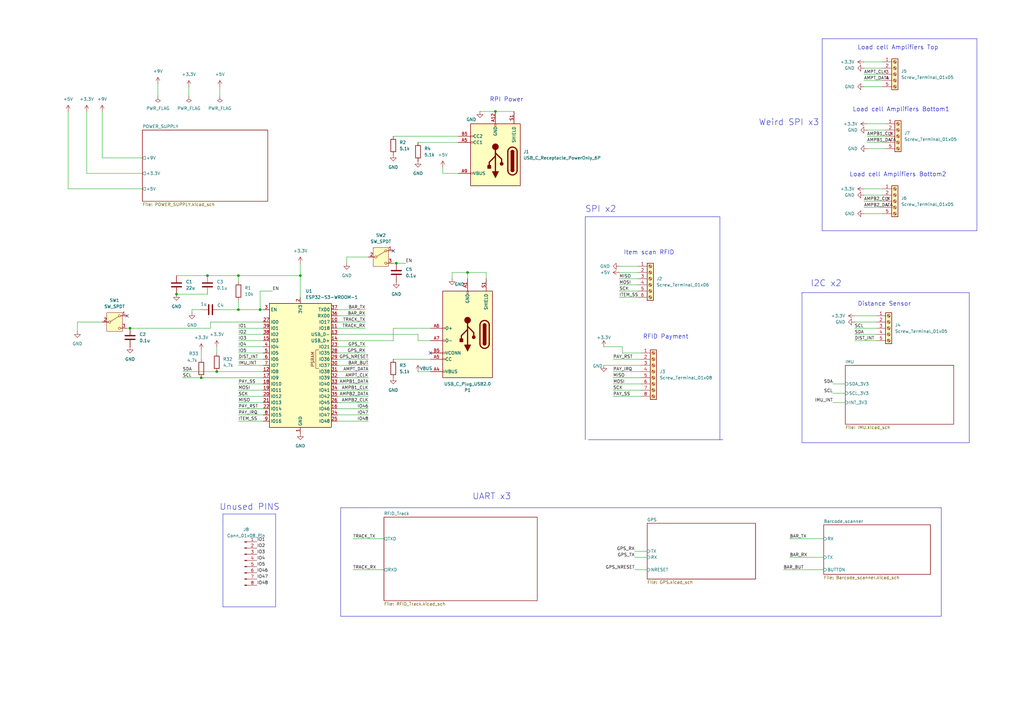
<source format=kicad_sch>
(kicad_sch (version 20250114) (generator "eeschema") (generator_version "9.0")
  (paper "A3")
  (lib_symbols
    (symbol "+3.3V_1" (power) (pin_numbers (hide yes)) (pin_names (offset 0) (hide yes))
      (property "Value" "+3.3V" (at 0 3.556 0))
      (symbol "+3.3V_1_1_1"
        (pin power_in line (at 0 0 90) (length 0) (name "~") (number "1"))
      )
    )
    (symbol "Connector:Conn_01x08_Pin" (pin_names (offset 1.016) (hide yes))
      (property "Reference" "J" (at 0 10.16 0))
      (property "Value" "Conn_01x08_Pin" (at 0 -12.7 0))
      (symbol "Conn_01x08_Pin_1_1"
        (pin passive line (at 5.08 7.62 180) (length 3.81) (name "Pin_1") (number "1"))
        (pin passive line (at 5.08 5.08 180) (length 3.81) (name "Pin_2") (number "2"))
        (pin passive line (at 5.08 2.54 180) (length 3.81) (name "Pin_3") (number "3"))
        (pin passive line (at 5.08 0 180) (length 3.81) (name "Pin_4") (number "4"))
        (pin passive line (at 5.08 -2.54 180) (length 3.81) (name "Pin_5") (number "5"))
        (pin passive line (at 5.08 -5.08 180) (length 3.81) (name "Pin_6") (number "6"))
        (pin passive line (at 5.08 -7.62 180) (length 3.81) (name "Pin_7") (number "7"))
        (pin passive line (at 5.08 -10.16 180) (length 3.81) (name "Pin_8") (number "8"))
      )
    )
    (symbol "Connector:Screw_Terminal_01x05" (pin_names (offset 1.016) (hide yes))
      (property "Reference" "J" (at 0 7.62 0))
      (property "Value" "Screw_Terminal_01x05" (at 0 -7.62 0))
      (symbol "Screw_Terminal_01x05_1_1"
        (pin passive line (at -5.08 5.08 0) (length 3.81) (name "Pin_1") (number "1"))
        (pin passive line (at -5.08 2.54 0) (length 3.81) (name "Pin_2") (number "2"))
        (pin passive line (at -5.08 0 0) (length 3.81) (name "Pin_3") (number "3"))
        (pin passive line (at -5.08 -2.54 0) (length 3.81) (name "Pin_4") (number "4"))
        (pin passive line (at -5.08 -5.08 0) (length 3.81) (name "Pin_5") (number "5"))
      )
    )
    (symbol "Connector:Screw_Terminal_01x06" (pin_names (offset 1.016) (hide yes))
      (property "Reference" "J" (at 0 7.62 0))
      (property "Value" "Screw_Terminal_01x06" (at 0 -10.16 0))
      (symbol "Screw_Terminal_01x06_1_1"
        (pin passive line (at -5.08 5.08 0) (length 3.81) (name "Pin_1") (number "1"))
        (pin passive line (at -5.08 2.54 0) (length 3.81) (name "Pin_2") (number "2"))
        (pin passive line (at -5.08 0 0) (length 3.81) (name "Pin_3") (number "3"))
        (pin passive line (at -5.08 -2.54 0) (length 3.81) (name "Pin_4") (number "4"))
        (pin passive line (at -5.08 -5.08 0) (length 3.81) (name "Pin_5") (number "5"))
        (pin passive line (at -5.08 -7.62 0) (length 3.81) (name "Pin_6") (number "6"))
      )
    )
    (symbol "Connector:Screw_Terminal_01x08" (pin_names (offset 1.016) (hide yes))
      (property "Reference" "J" (at 0 10.16 0))
      (property "Value" "Screw_Terminal_01x08" (at 0 -12.7 0))
      (symbol "Screw_Terminal_01x08_1_1"
        (pin passive line (at -5.08 7.62 0) (length 3.81) (name "Pin_1") (number "1"))
        (pin passive line (at -5.08 5.08 0) (length 3.81) (name "Pin_2") (number "2"))
        (pin passive line (at -5.08 2.54 0) (length 3.81) (name "Pin_3") (number "3"))
        (pin passive line (at -5.08 0 0) (length 3.81) (name "Pin_4") (number "4"))
        (pin passive line (at -5.08 -2.54 0) (length 3.81) (name "Pin_5") (number "5"))
        (pin passive line (at -5.08 -5.08 0) (length 3.81) (name "Pin_6") (number "6"))
        (pin passive line (at -5.08 -7.62 0) (length 3.81) (name "Pin_7") (number "7"))
        (pin passive line (at -5.08 -10.16 0) (length 3.81) (name "Pin_8") (number "8"))
      )
    )
    (symbol "Connector:USB_C_Plug_USB2.0" (pin_names (offset 1.016))
      (property "Reference" "P" (at -10.16 19.05 0))
      (property "Value" "USB_C_Plug_USB2.0" (at 12.7 19.05 0))
      (symbol "USB_C_Plug_USB2.0_1_1"
        (pin passive line (at -7.62 -22.86 90) (length 5.08) (name "SHIELD") (number "S1"))
        (pin passive line (at 0 -22.86 90) (length 5.08) (name "GND") (number "A1"))
        (pin passive line (at 0 -22.86 90) (length 5.08) (hide yes) (name "GND") (number "A12"))
        (pin passive line (at 0 -22.86 90) (length 5.08) (hide yes) (name "GND") (number "B1"))
        (pin passive line (at 0 -22.86 90) (length 5.08) (hide yes) (name "GND") (number "B12"))
        (pin passive line (at 15.24 15.24 180) (length 5.08) (name "VBUS") (number "A4"))
        (pin passive line (at 15.24 15.24 180) (length 5.08) (hide yes) (name "VBUS") (number "A9"))
        (pin passive line (at 15.24 15.24 180) (length 5.08) (hide yes) (name "VBUS") (number "B4"))
        (pin passive line (at 15.24 15.24 180) (length 5.08) (hide yes) (name "VBUS") (number "B9"))
        (pin bidirectional line (at 15.24 10.16 180) (length 5.08) (name "CC") (number "A5"))
        (pin bidirectional line (at 15.24 7.62 180) (length 5.08) (name "VCONN") (number "B5"))
        (pin bidirectional line (at 15.24 2.54 180) (length 5.08) (name "D-") (number "A7"))
        (pin bidirectional line (at 15.24 -2.54 180) (length 5.08) (name "D+") (number "A6"))
      )
    )
    (symbol "Connector:USB_C_Receptacle_PowerOnly_6P" (pin_names (offset 1.016))
      (property "Reference" "J" (at 0 16.51 0))
      (property "Value" "USB_C_Receptacle_PowerOnly_6P" (at 0 13.97 0))
      (symbol "USB_C_Receptacle_PowerOnly_6P_1_1"
        (pin passive line (at -7.62 -17.78 90) (length 5.08) (name "SHIELD") (number "S1"))
        (pin passive line (at 0 -17.78 90) (length 5.08) (name "GND") (number "A12"))
        (pin passive line (at 0 -17.78 90) (length 5.08) (hide yes) (name "GND") (number "B12"))
        (pin passive line (at 15.24 7.62 180) (length 5.08) (name "VBUS") (number "A9"))
        (pin passive line (at 15.24 7.62 180) (length 5.08) (hide yes) (name "VBUS") (number "B9"))
        (pin bidirectional line (at 15.24 -5.08 180) (length 5.08) (name "CC1") (number "A5"))
        (pin bidirectional line (at 15.24 -7.62 180) (length 5.08) (name "CC2") (number "B5"))
      )
    )
    (symbol "Device:C" (pin_numbers (hide yes)) (pin_names (offset 0.254))
      (property "Reference" "C" (at 0.635 2.54 0))
      (property "Value" "C" (at 0.635 -2.54 0))
      (symbol "C_1_1"
        (pin passive line (at 0 3.81 270) (length 2.794) (name "~") (number "1"))
        (pin passive line (at 0 -3.81 90) (length 2.794) (name "~") (number "2"))
      )
    )
    (symbol "Device:R" (pin_numbers (hide yes)) (pin_names (offset 0))
      (property "Reference" "R" (at 2.032 0 90))
      (property "Value" "R" (at 0 0 90))
      (symbol "R_1_1"
        (pin passive line (at 0 3.81 270) (length 1.27) (name "~") (number "1"))
        (pin passive line (at 0 -3.81 90) (length 1.27) (name "~") (number "2"))
      )
    )
    (symbol "GND_4" (power) (pin_numbers (hide yes)) (pin_names (offset 0) (hide yes))
      (property "Value" "GND" (at 0 -3.81 0))
      (symbol "GND_4_1_1"
        (pin power_in line (at 0 0 270) (length 0) (name "~") (number "1"))
      )
    )
    (symbol "RF_Module:ESP32-S3-WROOM-1"
      (property "Reference" "U" (at -12.7 26.67 0))
      (property "Value" "ESP32-S3-WROOM-1" (at 12.7 26.67 0))
      (symbol "ESP32-S3-WROOM-1_0_0"
        (text "PSRAM" (at 5.08 2.54 900) (effects (font (size 1.27 1.27))))
      )
      (symbol "ESP32-S3-WROOM-1_1_1"
        (pin input line (at -15.24 22.86 0) (length 2.54) (name "EN") (number "3"))
        (pin bidirectional line (at -15.24 17.78 0) (length 2.54) (name "IO0") (number "27"))
        (pin bidirectional line (at -15.24 15.24 0) (length 2.54) (name "IO1") (number "39"))
        (pin bidirectional line (at -15.24 12.7 0) (length 2.54) (name "IO2") (number "38"))
        (pin bidirectional line (at -15.24 10.16 0) (length 2.54) (name "IO3") (number "15"))
        (pin bidirectional line (at -15.24 7.62 0) (length 2.54) (name "IO4") (number "4"))
        (pin bidirectional line (at -15.24 5.08 0) (length 2.54) (name "IO5") (number "5"))
        (pin bidirectional line (at -15.24 2.54 0) (length 2.54) (name "IO6") (number "6"))
        (pin bidirectional line (at -15.24 0 0) (length 2.54) (name "IO7") (number "7"))
        (pin bidirectional line (at -15.24 -2.54 0) (length 2.54) (name "IO8") (number "12"))
        (pin bidirectional line (at -15.24 -5.08 0) (length 2.54) (name "IO9") (number "17"))
        (pin bidirectional line (at -15.24 -7.62 0) (length 2.54) (name "IO10") (number "18"))
        (pin bidirectional line (at -15.24 -10.16 0) (length 2.54) (name "IO11") (number "19"))
        (pin bidirectional line (at -15.24 -12.7 0) (length 2.54) (name "IO12") (number "20"))
        (pin bidirectional line (at -15.24 -15.24 0) (length 2.54) (name "IO13") (number "21"))
        (pin bidirectional line (at -15.24 -17.78 0) (length 2.54) (name "IO14") (number "22"))
        (pin bidirectional line (at -15.24 -20.32 0) (length 2.54) (name "IO15") (number "8"))
        (pin bidirectional line (at -15.24 -22.86 0) (length 2.54) (name "IO16") (number "9"))
        (pin power_in line (at 0 27.94 270) (length 2.54) (name "3V3") (number "2"))
        (pin power_in line (at 0 -27.94 90) (length 2.54) (name "GND") (number "1"))
        (pin passive line (at 0 -27.94 90) (length 2.54) (hide yes) (name "GND") (number "40"))
        (pin passive line (at 0 -27.94 90) (length 2.54) (hide yes) (name "GND") (number "41"))
        (pin bidirectional line (at 15.24 22.86 180) (length 2.54) (name "TXD0") (number "37"))
        (pin bidirectional line (at 15.24 20.32 180) (length 2.54) (name "RXD0") (number "36"))
        (pin bidirectional line (at 15.24 17.78 180) (length 2.54) (name "IO17") (number "10"))
        (pin bidirectional line (at 15.24 15.24 180) (length 2.54) (name "IO18") (number "11"))
        (pin bidirectional line (at 15.24 12.7 180) (length 2.54) (name "USB_D-") (number "13"))
        (pin bidirectional line (at 15.24 10.16 180) (length 2.54) (name "USB_D+") (number "14"))
        (pin bidirectional line (at 15.24 7.62 180) (length 2.54) (name "IO21") (number "23"))
        (pin bidirectional line (at 15.24 5.08 180) (length 2.54) (name "IO35") (number "28"))
        (pin bidirectional line (at 15.24 2.54 180) (length 2.54) (name "IO36") (number "29"))
        (pin bidirectional line (at 15.24 0 180) (length 2.54) (name "IO37") (number "30"))
        (pin bidirectional line (at 15.24 -2.54 180) (length 2.54) (name "IO38") (number "31"))
        (pin bidirectional line (at 15.24 -5.08 180) (length 2.54) (name "IO39") (number "32"))
        (pin bidirectional line (at 15.24 -7.62 180) (length 2.54) (name "IO40") (number "33"))
        (pin bidirectional line (at 15.24 -10.16 180) (length 2.54) (name "IO41") (number "34"))
        (pin bidirectional line (at 15.24 -12.7 180) (length 2.54) (name "IO42") (number "35"))
        (pin bidirectional line (at 15.24 -15.24 180) (length 2.54) (name "IO45") (number "26"))
        (pin bidirectional line (at 15.24 -17.78 180) (length 2.54) (name "IO46") (number "16"))
        (pin bidirectional line (at 15.24 -20.32 180) (length 2.54) (name "IO47") (number "24"))
        (pin bidirectional line (at 15.24 -22.86 180) (length 2.54) (name "IO48") (number "25"))
      )
    )
    (symbol "Switch:SW_SPDT" (pin_names (offset 0) (hide yes))
      (property "Reference" "SW" (at 0 5.08 0))
      (property "Value" "SW_SPDT" (at 0 -5.08 0))
      (symbol "SW_SPDT_1_1"
        (pin passive line (at -5.08 0 0) (length 2.54) (name "B") (number "2"))
        (pin passive line (at 5.08 2.54 180) (length 2.54) (name "A") (number "1"))
        (pin passive line (at 5.08 -2.54 180) (length 2.54) (name "C") (number "3"))
      )
    )
    (symbol "power:+3.3V" (power) (pin_numbers (hide yes)) (pin_names (offset 0) (hide yes))
      (property "Value" "+3.3V" (at 0 3.556 0))
      (symbol "+3.3V_1_1"
        (pin power_in line (at 0 0 90) (length 0) (name "~") (number "1"))
      )
    )
    (symbol "power:+5V" (power) (pin_numbers (hide yes)) (pin_names (offset 0) (hide yes))
      (property "Value" "+5V" (at 0 3.556 0))
      (symbol "+5V_1_1"
        (pin power_in line (at 0 0 90) (length 0) (name "~") (number "1"))
      )
    )
    (symbol "power:GND" (power) (pin_numbers (hide yes)) (pin_names (offset 0) (hide yes))
      (property "Value" "GND" (at 0 -3.81 0))
      (symbol "GND_1_1"
        (pin power_in line (at 0 0 270) (length 0) (name "~") (number "1"))
      )
    )
    (symbol "power:PWR_FLAG" (power) (pin_numbers (hide yes)) (pin_names (offset 0) (hide yes))
      (property "Value" "PWR_FLAG" (at 0 3.81 0))
      (symbol "PWR_FLAG_0_0"
        (pin power_out line (at 0 0 90) (length 0) (name "pwr") (number "1"))
      )
    )
    (symbol "power:VBUS" (power) (pin_numbers (hide yes)) (pin_names (offset 0) (hide yes))
      (property "Value" "VBUS" (at 0 3.556 0))
      (symbol "VBUS_1_1"
        (pin power_in line (at 0 0 90) (length 0) (name "~") (number "1"))
      )
    )
  )
  (text "Unused PINS" (at 102.362 208.026 0) (effects (font (size 2.54 2.54))))
  (text "Load cell Amplifiers Bottom2" (at 368.3 71.628 0) (effects (font (size 1.778 1.778))))
  (text "RFID Payment" (at 273.05 138.176 0) (effects (font (size 1.778 1.778))))
  (text "Item scan RFID" (at 266.192 103.632 0) (effects (font (size 1.778 1.778))))
  (text "Distance Sensor" (at 362.712 124.714 0) (effects (font (size 1.778 1.778))))
  (text "SPI x2" (at 246.38 85.852 0) (effects (font (size 2.54 2.54))))
  (text "Load cell Amplifiers Bottom1" (at 369.57 44.958 0) (effects (font (size 1.778 1.778))))
  (text "UART x3" (at 201.676 203.708 0) (effects (font (size 2.54 2.54))))
  (text "I tried using default esp32 communication pins for everything, but apparently all the pins can be proogrammed to be whatever? Might have to double check but fairly confident should work. \nTODO: \n1. implement RFID customer tracking\n2. find a footprint for everything" (at 210.566 -22.352 0) (effects (font (size 5.08 5.08))))
  (text "Load cell Amplifiers Top" (at 368.3 19.558 0) (effects (font (size 1.778 1.778))))
  (text "Weird SPI x3" (at 323.596 50.292 0) (effects (font (size 2.54 2.54))))
  (text "RPI Power" (at 207.772 40.894 0) (effects (font (size 1.778 1.778))))
  (text "I2C x2" (at 338.836 116.332 0) (effects (font (size 2.54 2.54))))
  (junction (at 72.39 120.65))
  (junction (at 123.19 113.03))
  (junction (at 203.2 45.72))
  (junction (at 97.79 127))
  (junction (at 82.55 154.94))
  (junction (at 106.68 127))
  (junction (at 191.77 111.76))
  (junction (at 97.79 113.03))
  (junction (at 88.9 152.4))
  (junction (at 53.34 134.62))
  (junction (at 162.56 107.95))
  (junction (at 85.09 113.03))
  (no_connect (at 161.29 102.87))
  (no_connect (at 176.53 144.78))
  (no_connect (at 52.07 129.54))
  (wire (pts (xy 106.68 119.38) (xy 111.76 119.38)))
  (polyline (pts (xy 113.03 210.82) (xy 91.44 210.82)))
  (polyline (pts (xy 113.03 248.92) (xy 113.03 210.82)))
  (wire (pts (xy 251.46 152.4) (xy 262.89 152.4)))
  (wire (pts (xy 97.79 137.16) (xy 107.95 137.16)))
  (wire (pts (xy 251.46 162.56) (xy 262.89 162.56)))
  (wire (pts (xy 354.33 35.56) (xy 361.95 35.56)))
  (wire (pts (xy 58.42 77.47) (xy 27.94 77.47)))
  (wire (pts (xy 161.29 134.62) (xy 161.29 139.7)))
  (wire (pts (xy 161.29 107.95) (xy 162.56 107.95)))
  (wire (pts (xy 86.36 132.08) (xy 107.95 132.08)))
  (polyline (pts (xy 295.275 180.34) (xy 295.275 88.9)))
  (wire (pts (xy 97.79 149.86) (xy 107.95 149.86)))
  (wire (pts (xy 35.56 45.72) (xy 35.56 71.12)))
  (wire (pts (xy 151.13 105.41) (xy 142.24 105.41)))
  (wire (pts (xy 254 121.92) (xy 261.62 121.92)))
  (polyline (pts (xy 337.185 94.615) (xy 400.685 94.615)))
  (wire (pts (xy 354.33 82.55) (xy 361.95 82.55)))
  (wire (pts (xy 171.45 58.42) (xy 187.96 58.42)))
  (wire (pts (xy 97.79 144.78) (xy 107.95 144.78)))
  (wire (pts (xy 144.78 233.68) (xy 157.48 233.68)))
  (wire (pts (xy 251.46 157.48) (xy 262.89 157.48)))
  (wire (pts (xy 138.43 167.64) (xy 151.13 167.64)))
  (wire (pts (xy 260.35 228.6) (xy 265.43 228.6)))
  (wire (pts (xy 97.79 113.03) (xy 97.79 115.57)))
  (wire (pts (xy 27.94 77.47) (xy 27.94 45.72)))
  (wire (pts (xy 354.33 77.47) (xy 361.95 77.47)))
  (wire (pts (xy 255.27 142.24) (xy 247.65 142.24)))
  (wire (pts (xy 123.19 107.95) (xy 123.19 113.03)))
  (wire (pts (xy 82.55 127) (xy 78.74 127)))
  (wire (pts (xy 142.24 105.41) (xy 142.24 107.95)))
  (wire (pts (xy 138.43 127) (xy 149.86 127)))
  (wire (pts (xy 181.61 68.58) (xy 181.61 71.12)))
  (wire (pts (xy 107.95 139.7) (xy 97.79 139.7)))
  (wire (pts (xy 82.55 143.51) (xy 82.55 147.32)))
  (wire (pts (xy 350.52 134.62) (xy 359.41 134.62)))
  (polyline (pts (xy 400.685 94.615) (xy 400.685 15.875)))
  (wire (pts (xy 138.43 154.94) (xy 151.13 154.94)))
  (polyline (pts (xy 240.03 88.9) (xy 240.03 180.34)))
  (wire (pts (xy 171.45 139.7) (xy 176.53 139.7)))
  (wire (pts (xy 97.79 162.56) (xy 107.95 162.56)))
  (wire (pts (xy 138.43 144.78) (xy 149.86 144.78)))
  (wire (pts (xy 355.6 53.34) (xy 363.22 53.34)))
  (polyline (pts (xy 91.44 210.82) (xy 91.44 213.36)))
  (wire (pts (xy 254 119.38) (xy 261.62 119.38)))
  (wire (pts (xy 138.43 152.4) (xy 151.13 152.4)))
  (wire (pts (xy 247.65 149.86) (xy 262.89 149.86)))
  (wire (pts (xy 161.29 147.32) (xy 176.53 147.32)))
  (wire (pts (xy 323.85 220.98) (xy 337.82 220.98)))
  (wire (pts (xy 185.42 114.3) (xy 185.42 111.76)))
  (wire (pts (xy 350.52 137.16) (xy 359.41 137.16)))
  (wire (pts (xy 31.75 132.08) (xy 31.75 135.89)))
  (wire (pts (xy 41.91 45.72) (xy 41.91 64.77)))
  (wire (pts (xy 97.79 170.18) (xy 107.95 170.18)))
  (wire (pts (xy 254 114.3) (xy 261.62 114.3)))
  (wire (pts (xy 251.46 154.94) (xy 262.89 154.94)))
  (wire (pts (xy 138.43 172.72) (xy 151.13 172.72)))
  (polyline (pts (xy 386.08 208.28) (xy 386.08 252.73)))
  (wire (pts (xy 97.79 134.62) (xy 107.95 134.62)))
  (polyline (pts (xy 149.86 208.28) (xy 386.08 208.28)))
  (wire (pts (xy 255.27 144.78) (xy 255.27 142.24)))
  (wire (pts (xy 350.52 139.7) (xy 359.41 139.7)))
  (wire (pts (xy 138.43 142.24) (xy 149.86 142.24)))
  (wire (pts (xy 41.91 132.08) (xy 31.75 132.08)))
  (wire (pts (xy 90.17 35.56) (xy 90.17 39.37)))
  (wire (pts (xy 260.35 233.68) (xy 265.43 233.68)))
  (polyline (pts (xy 139.7 208.28) (xy 149.86 208.28)))
  (wire (pts (xy 138.43 147.32) (xy 151.13 147.32)))
  (wire (pts (xy 354.33 30.48) (xy 361.95 30.48)))
  (wire (pts (xy 138.43 149.86) (xy 151.13 149.86)))
  (wire (pts (xy 97.79 160.02) (xy 107.95 160.02)))
  (wire (pts (xy 187.96 71.12) (xy 181.61 71.12)))
  (wire (pts (xy 251.46 160.02) (xy 262.89 160.02)))
  (wire (pts (xy 138.43 160.02) (xy 151.13 160.02)))
  (wire (pts (xy 354.33 87.63) (xy 361.95 87.63)))
  (wire (pts (xy 255.27 144.78) (xy 262.89 144.78)))
  (wire (pts (xy 97.79 123.19) (xy 97.79 127)))
  (wire (pts (xy 138.43 134.62) (xy 149.86 134.62)))
  (wire (pts (xy 106.68 127) (xy 107.95 127)))
  (wire (pts (xy 85.09 113.03) (xy 97.79 113.03)))
  (polyline (pts (xy 241.3 180.34) (xy 296.545 180.34)))
  (wire (pts (xy 171.45 137.16) (xy 171.45 139.7)))
  (wire (pts (xy 185.42 111.76) (xy 191.77 111.76)))
  (wire (pts (xy 64.77 34.29) (xy 64.77 39.37)))
  (wire (pts (xy 82.55 154.94) (xy 107.95 154.94)))
  (wire (pts (xy 355.6 55.88) (xy 363.22 55.88)))
  (wire (pts (xy 97.79 127) (xy 106.68 127)))
  (wire (pts (xy 86.36 134.62) (xy 86.36 132.08)))
  (polyline (pts (xy 139.7 252.73) (xy 139.7 208.28)))
  (wire (pts (xy 354.33 85.09) (xy 361.95 85.09)))
  (wire (pts (xy 321.31 233.68) (xy 337.82 233.68)))
  (wire (pts (xy 176.53 152.4) (xy 171.45 152.4)))
  (wire (pts (xy 191.77 111.76) (xy 199.39 111.76)))
  (wire (pts (xy 97.79 172.72) (xy 107.95 172.72)))
  (wire (pts (xy 341.63 161.29) (xy 346.71 161.29)))
  (polyline (pts (xy 397.51 181.61) (xy 397.51 120.015)))
  (wire (pts (xy 323.85 228.6) (xy 337.82 228.6)))
  (polyline (pts (xy 91.44 248.92) (xy 113.03 248.92)))
  (wire (pts (xy 350.52 132.08) (xy 359.41 132.08)))
  (polyline (pts (xy 91.44 213.36) (xy 91.44 248.92)))
  (wire (pts (xy 354.33 25.4) (xy 361.95 25.4)))
  (wire (pts (xy 138.43 165.1) (xy 151.13 165.1)))
  (wire (pts (xy 354.33 33.02) (xy 361.95 33.02)))
  (wire (pts (xy 254 111.76) (xy 261.62 111.76)))
  (wire (pts (xy 58.42 64.77) (xy 41.91 64.77)))
  (wire (pts (xy 35.56 71.12) (xy 58.42 71.12)))
  (polyline (pts (xy 328.93 120.015) (xy 328.93 181.61)))
  (wire (pts (xy 97.79 113.03) (xy 123.19 113.03)))
  (wire (pts (xy 138.43 162.56) (xy 151.13 162.56)))
  (wire (pts (xy 97.79 147.32) (xy 107.95 147.32)))
  (wire (pts (xy 106.68 127) (xy 106.68 119.38)))
  (wire (pts (xy 260.35 226.06) (xy 265.43 226.06)))
  (wire (pts (xy 341.63 165.1) (xy 346.71 165.1)))
  (polyline (pts (xy 337.185 15.875) (xy 337.185 94.615)))
  (wire (pts (xy 144.78 220.98) (xy 157.48 220.98)))
  (wire (pts (xy 251.46 147.32) (xy 262.89 147.32)))
  (wire (pts (xy 354.33 27.94) (xy 361.95 27.94)))
  (polyline (pts (xy 328.93 120.015) (xy 397.51 120.015)))
  (wire (pts (xy 203.2 45.72) (xy 210.82 45.72)))
  (wire (pts (xy 138.43 132.08) (xy 149.86 132.08)))
  (wire (pts (xy 261.62 116.84) (xy 254 116.84)))
  (wire (pts (xy 72.39 120.65) (xy 85.09 120.65)))
  (wire (pts (xy 355.6 60.96) (xy 363.22 60.96)))
  (wire (pts (xy 162.56 107.95) (xy 166.37 107.95)))
  (wire (pts (xy 196.85 45.72) (xy 203.2 45.72)))
  (polyline (pts (xy 337.185 15.875) (xy 400.685 15.875)))
  (wire (pts (xy 254 109.22) (xy 261.62 109.22)))
  (polyline (pts (xy 386.08 252.73) (xy 139.7 252.73)))
  (wire (pts (xy 341.63 157.48) (xy 346.71 157.48)))
  (wire (pts (xy 138.43 139.7) (xy 161.29 139.7)))
  (wire (pts (xy 52.07 134.62) (xy 53.34 134.62)))
  (wire (pts (xy 191.77 111.76) (xy 191.77 114.3)))
  (wire (pts (xy 97.79 157.48) (xy 107.95 157.48)))
  (wire (pts (xy 74.93 152.4) (xy 88.9 152.4)))
  (wire (pts (xy 199.39 111.76) (xy 199.39 114.3)))
  (wire (pts (xy 355.6 58.42) (xy 363.22 58.42)))
  (wire (pts (xy 354.33 80.01) (xy 361.95 80.01)))
  (wire (pts (xy 350.52 129.54) (xy 359.41 129.54)))
  (wire (pts (xy 97.79 142.24) (xy 107.95 142.24)))
  (wire (pts (xy 123.19 113.03) (xy 123.19 121.92)))
  (wire (pts (xy 97.79 167.64) (xy 107.95 167.64)))
  (wire (pts (xy 161.29 55.88) (xy 187.96 55.88)))
  (wire (pts (xy 72.39 113.03) (xy 85.09 113.03)))
  (wire (pts (xy 176.53 134.62) (xy 161.29 134.62)))
  (wire (pts (xy 138.43 129.54) (xy 149.86 129.54)))
  (wire (pts (xy 138.43 170.18) (xy 151.13 170.18)))
  (wire (pts (xy 138.43 137.16) (xy 171.45 137.16)))
  (wire (pts (xy 138.43 157.48) (xy 151.13 157.48)))
  (wire (pts (xy 78.74 127) (xy 78.74 128.27)))
  (wire (pts (xy 97.79 165.1) (xy 107.95 165.1)))
  (polyline (pts (xy 328.93 181.61) (xy 397.51 181.61)))
  (wire (pts (xy 88.9 142.24) (xy 88.9 144.78)))
  (wire (pts (xy 355.6 50.8) (xy 363.22 50.8)))
  (polyline (pts (xy 240.03 88.9) (xy 295.275 88.9)))
  (wire (pts (xy 90.17 127) (xy 97.79 127)))
  (wire (pts (xy 53.34 134.62) (xy 86.36 134.62)))
  (wire (pts (xy 74.93 154.94) (xy 82.55 154.94)))
  (wire (pts (xy 77.47 35.56) (xy 77.47 39.37)))
  (wire (pts (xy 88.9 152.4) (xy 107.95 152.4)))
  (label "IO5" (at 97.79 144.78 0))
  (label "EN" (at 166.37 107.95 0))
  (label "AMPB1_CLK" (at 151.13 160.02 180))
  (label "MISO" (at 254 114.3 0))
  (label "GPS_TX" (at 149.86 142.24 180))
  (label "IO46" (at 105.41 234.95 0))
  (label "AMPB2_CLK" (at 354.33 82.55 0))
  (label "AMPB2_DATA" (at 151.13 162.56 180))
  (label "BAR_BUT" (at 151.13 149.86 180))
  (label "AMPB1_DATA" (at 355.6 58.42 0))
  (label "IO2" (at 105.41 224.79 0))
  (label "GPS_NRESET" (at 151.13 147.32 180))
  (label "BAR_RX" (at 323.85 228.6 0))
  (label "BAR_RX" (at 149.86 129.54 180))
  (label "IO4" (at 105.41 229.87 0))
  (label "IO48" (at 105.41 240.03 0))
  (label "SDA" (at 74.93 152.4 0))
  (label "AMPT_CLK" (at 354.33 30.48 0))
  (label "TRACK_RX" (at 149.86 134.62 180))
  (label "AMPB1_DATA" (at 151.13 157.48 180))
  (label "SCK" (at 251.46 160.02 0))
  (label "SDA" (at 350.52 137.16 0))
  (label "EN" (at 111.76 119.38 0))
  (label "PAY_IRQ" (at 251.46 152.4 0))
  (label "GPS_RX" (at 149.86 144.78 180))
  (label "IO1" (at 97.79 134.62 0))
  (label "IO3" (at 97.79 139.7 0))
  (label "GPS_TX" (at 260.35 228.6 180))
  (label "SCL" (at 350.52 134.62 0))
  (label "MOSI" (at 254 116.84 0))
  (label "GPS_RX" (at 260.35 226.06 180))
  (label "MOSI" (at 97.79 160.02 0))
  (label "IO1" (at 105.41 222.25 0))
  (label "BAR_TX" (at 149.86 127 180))
  (label "DIST_INT" (at 350.52 139.7 0))
  (label "TRACK_RX" (at 144.78 233.68 0))
  (label "AMPB1_CLK" (at 355.6 55.88 0))
  (label "ITEM_SS" (at 97.79 172.72 0))
  (label "SCL" (at 74.93 154.94 0))
  (label "AMPT_DATA" (at 354.33 33.02 0))
  (label "AMPT_DATA" (at 151.13 152.4 180))
  (label "PAY_RST" (at 97.79 167.64 0))
  (label "PAY_SS" (at 97.79 157.48 0))
  (label "GPS_NRESET" (at 260.35 233.68 180))
  (label "SCK" (at 254 119.38 0))
  (label "MOSI" (at 251.46 157.48 0))
  (label "TRACK_TX" (at 144.78 220.98 0))
  (label "IO5" (at 105.41 232.41 0))
  (label "TRACK_TX" (at 149.86 132.08 180))
  (label "ITEM_SS" (at 254 121.92 0))
  (label "IO47" (at 151.13 170.18 180))
  (label "IO47" (at 105.41 237.49 0))
  (label "AMPB2_CLK" (at 151.13 165.1 180))
  (label "BAR_TX" (at 323.85 220.98 0))
  (label "DIST_INT" (at 97.79 147.32 0))
  (label "SDA" (at 341.63 157.48 180))
  (label "MISO" (at 251.46 154.94 0))
  (label "IO3" (at 105.41 227.33 0))
  (label "IO2" (at 97.79 137.16 0))
  (label "PAY_RST" (at 251.46 147.32 0))
  (label "PAY_SS" (at 251.46 162.56 0))
  (label "MISO" (at 97.79 165.1 0))
  (label "AMPB2_DATA" (at 354.33 85.09 0))
  (label "IO48" (at 151.13 172.72 180))
  (label "SCL" (at 341.63 161.29 180))
  (label "IO46" (at 151.13 167.64 180))
  (label "IO4" (at 97.79 142.24 0))
  (label "AMPT_CLK" (at 151.13 154.94 180))
  (label "BAR_BUT" (at 321.31 233.68 0))
  (label "SCK" (at 97.79 162.56 0))
  (label "IMU_INT" (at 97.79 149.86 0))
  (label "PAY_IRQ" (at 97.79 170.18 0))
  (label "IMU_INT" (at 341.63 165.1 180))
  (symbol (lib_id "Device:R") (at 161.29 151.13 0) (unit 1)
    (property "Reference" "R3" (at 163.83 149.8599 0) (effects (justify left)))
    (property "Value" "5.1k" (at 163.83 152.3999 0) (effects (justify left)))
    (property "Footprint" "Resistor_SMD:R_0603_1608Metric" (effects (hide yes)))
    (property "Description" "Resistor" (effects (hide yes)))
  )
  (symbol (lib_id "power:GND") (at 123.19 177.8 0) (unit 1)
    (property "Reference" "#PWR010" (effects (hide yes)))
    (property "Value" "GND" (at 123.19 182.88 0))
    (property "Description" "Power symbol creates a global label with name \"GND\" , ground" (effects (hide yes)))
  )
  (symbol (lib_id "Connector:USB_C_Plug_USB2.0") (at 191.77 137.16 180) (unit 1)
    (property "Reference" "P1" (at 191.77 160.02 0))
    (property "Value" "USB_C_Plug_USB2.0" (at 191.77 157.48 0))
    (property "Footprint" "CarteDiem_parts:GCT_USB4120-03-C_REVA" (effects (hide yes)))
    (property "Datasheet" "https://www.usb.org/sites/default/files/documents/usb_type-c.zip" (effects (hide yes)))
    (property "Description" "USB 2.0-only Type-C Plug connector" (effects (hide yes)))
  )
  (symbol (lib_id "power:GND") (at 254 109.22 270) (unit 1)
    (property "Reference" "#PWR022" (effects (hide yes)))
    (property "Value" "GND" (at 250.19 109.2199 90) (effects (justify right)))
    (property "Description" "Power symbol creates a global label with name \"GND\" , ground" (effects (hide yes)))
  )
  (symbol (lib_id "Switch:SW_SPDT") (at 46.99 132.08 0) (unit 1)
    (property "Reference" "SW1" (at 46.99 123.19 0))
    (property "Value" "SW_SPDT" (at 46.99 125.73 0))
    (property "Footprint" "Button_Switch_SMD:SW_Push_1P1T_NO_CK_PTS125Sx43PSMTR" (effects (hide yes)))
    (property "Description" "Switch, single pole double throw" (effects (hide yes)))
  )
  (symbol (lib_id "power:PWR_FLAG") (at 64.77 39.37 180) (unit 1)
    (property "Reference" "#FLG01" (effects (hide yes)))
    (property "Value" "PWR_FLAG" (at 64.77 44.45 0))
    (property "Description" "Special symbol for telling ERC where power comes from" (effects (hide yes)))
  )
  (symbol (lib_id "Connector:Screw_Terminal_01x06") (at 266.7 114.3 0) (unit 1)
    (property "Reference" "J2" (at 269.24 114.2999 0) (effects (justify left)))
    (property "Value" "Screw_Terminal_01x06" (at 269.24 116.8399 0) (effects (justify left)))
    (property "Footprint" "TerminalBlock:TerminalBlock_Xinya_XY308-2.54-6P_1x06_P2.54mm_Horizontal" (effects (hide yes)))
    (property "Description" "Generic screw terminal, single row, 01x06, script generated (kicad-library-utils/schlib/autogen/connector/)" (effects (hide yes)))
  )
  (symbol (lib_id "Device:C") (at 162.56 111.76 0) (unit 1)
    (property "Reference" "C5" (at 166.37 110.4899 0) (effects (justify left)))
    (property "Value" "0.1u" (at 166.37 113.0299 0) (effects (justify left)))
    (property "Footprint" "Capacitor_SMD:C_0603_1608Metric" (effects (hide yes)))
    (property "Description" "Unpolarized capacitor" (effects (hide yes)))
  )
  (symbol (lib_id "power:+3.3V") (at 247.65 142.24 0) (unit 1)
    (property "Reference" "#PWR024" (effects (hide yes)))
    (property "Value" "+3.3V" (at 247.65 138.43 0))
    (property "Description" "Power symbol creates a global label with name \"+3.3V\"" (effects (hide yes)))
  )
  (symbol (lib_id "power:GND") (at 354.33 27.94 270) (unit 1)
    (property "Reference" "#PWR029" (effects (hide yes)))
    (property "Value" "GND" (at 350.52 27.9399 90) (effects (justify right)))
    (property "Description" "Power symbol creates a global label with name \"GND\" , ground" (effects (hide yes)))
  )
  (symbol (lib_id "power:+5V") (at 88.9 142.24 0) (unit 1)
    (property "Reference" "#PWR080" (effects (hide yes)))
    (property "Value" "+3.3V" (at 88.9 137.16 0))
    (property "Description" "Power symbol creates a global label with name \"+5V\"" (effects (hide yes)))
  )
  (symbol (lib_id "power:+5V") (at 82.55 143.51 0) (unit 1)
    (property "Reference" "#PWR079" (effects (hide yes)))
    (property "Value" "+3.3V" (at 82.55 138.43 0))
    (property "Description" "Power symbol creates a global label with name \"+5V\"" (effects (hide yes)))
  )
  (symbol (lib_name "+3.3V_1") (lib_id "power:+3.3V") (at 90.17 35.56 0) (unit 1)
    (property "Reference" "#PWR08" (effects (hide yes)))
    (property "Value" "+5V" (at 90.17 30.48 0))
    (property "Description" "Power symbol creates a global label with name \"+3.3V\"" (effects (hide yes)))
  )
  (symbol (lib_id "Device:C") (at 86.36 127 90) (unit 1)
    (property "Reference" "C4" (at 90.424 125.222 90))
    (property "Value" "1u" (at 83.566 124.714 90))
    (property "Footprint" "Capacitor_SMD:C_0603_1608Metric" (effects (hide yes)))
    (property "Description" "Unpolarized capacitor" (effects (hide yes)))
  )
  (symbol (lib_id "power:GND") (at 161.29 154.94 0) (unit 1)
    (property "Reference" "#PWR015" (effects (hide yes)))
    (property "Value" "GND" (at 161.29 160.02 0))
    (property "Description" "Power symbol creates a global label with name \"GND\" , ground" (effects (hide yes)))
  )
  (symbol (lib_id "Connector:Screw_Terminal_01x08") (at 267.97 152.4 0) (unit 1)
    (property "Reference" "J3" (at 270.51 152.3999 0) (effects (justify left)))
    (property "Value" "Screw_Terminal_01x08" (at 270.51 154.9399 0) (effects (justify left)))
    (property "Footprint" "TerminalBlock:TerminalBlock_Xinya_XY308-2.54-8P_1x08_P2.54mm_Horizontal" (effects (hide yes)))
    (property "Description" "Generic screw terminal, single row, 01x08, script generated (kicad-library-utils/schlib/autogen/connector/)" (effects (hide yes)))
  )
  (symbol (lib_id "power:GND") (at 162.56 115.57 0) (unit 1)
    (property "Reference" "#PWR016" (effects (hide yes)))
    (property "Value" "GND" (at 162.56 120.65 0))
    (property "Description" "Power symbol creates a global label with name \"GND\" , ground" (effects (hide yes)))
  )
  (symbol (lib_id "power:GND") (at 350.52 132.08 270) (unit 1)
    (property "Reference" "#PWR027" (effects (hide yes)))
    (property "Value" "GND" (at 346.71 132.0799 90) (effects (justify right)))
    (property "Description" "Power symbol creates a global label with name \"GND\" , ground" (effects (hide yes)))
  )
  (symbol (lib_id "power:GND") (at 196.85 45.72 0) (unit 1)
    (property "Reference" "#PWR021" (effects (hide yes)))
    (property "Value" "GND" (at 193.294 49.022 0))
    (property "Description" "Power symbol creates a global label with name \"GND\" , ground" (effects (hide yes)))
  )
  (symbol (lib_name "GND_4") (lib_id "power:GND") (at 185.42 114.3 0) (unit 1)
    (property "Reference" "#PWR020" (effects (hide yes)))
    (property "Value" "GND" (at 188.468 116.586 0))
    (property "Description" "Power symbol creates a global label with name \"GND\" , ground" (effects (hide yes)))
  )
  (symbol (lib_id "power:+5V") (at 123.19 107.95 0) (unit 1)
    (property "Reference" "#PWR09" (effects (hide yes)))
    (property "Value" "+3.3V" (at 123.19 102.87 0))
    (property "Description" "Power symbol creates a global label with name \"+5V\"" (effects (hide yes)))
  )
  (symbol (lib_id "Device:R") (at 97.79 119.38 0) (unit 1)
    (property "Reference" "R1" (at 100.33 118.1099 0) (effects (justify left)))
    (property "Value" "10k" (at 100.33 120.6499 0) (effects (justify left)))
    (property "Footprint" "Resistor_SMD:R_0603_1608Metric" (effects (hide yes)))
    (property "Description" "Resistor" (effects (hide yes)))
  )
  (symbol (lib_id "power:GND") (at 354.33 80.01 270) (unit 1)
    (property "Reference" "#PWR032" (effects (hide yes)))
    (property "Value" "GND" (at 350.52 80.0099 90) (effects (justify right)))
    (property "Description" "Power symbol creates a global label with name \"GND\" , ground" (effects (hide yes)))
  )
  (symbol (lib_id "power:+5V") (at 64.77 34.29 0) (unit 1)
    (property "Reference" "#PWR03" (effects (hide yes)))
    (property "Value" "+9V" (at 64.77 29.21 0))
    (property "Description" "Power symbol creates a global label with name \"+5V\"" (effects (hide yes)))
  )
  (symbol (lib_id "power:+5V") (at 41.91 45.72 0) (unit 1)
    (property "Reference" "#PWR01" (effects (hide yes)))
    (property "Value" "+9V" (at 41.91 40.64 0))
    (property "Description" "Power symbol creates a global label with name \"+5V\"" (effects (hide yes)))
  )
  (symbol (lib_id "power:GND") (at 72.39 120.65 0) (unit 1)
    (property "Reference" "#PWR04" (effects (hide yes)))
    (property "Value" "GND" (at 72.39 125.73 0))
    (property "Description" "Power symbol creates a global label with name \"GND\" , ground" (effects (hide yes)))
  )
  (symbol (lib_id "power:VBUS") (at 171.45 152.4 0) (unit 1)
    (property "Reference" "#PWR018" (effects (hide yes)))
    (property "Value" "VBUS" (at 174.752 151.13 0))
    (property "Description" "Power symbol creates a global label with name \"VBUS\"" (effects (hide yes)))
  )
  (symbol (lib_id "Device:R") (at 171.45 62.23 0) (unit 1)
    (property "Reference" "R4" (at 173.99 60.9599 0) (effects (justify left)))
    (property "Value" "5.1k" (at 173.99 63.4999 0) (effects (justify left)))
    (property "Footprint" "Resistor_SMD:R_0603_1608Metric" (effects (hide yes)))
    (property "Description" "Resistor" (effects (hide yes)))
  )
  (symbol (lib_name "+3.3V_1") (lib_id "power:+3.3V") (at 77.47 35.56 0) (unit 1)
    (property "Reference" "#PWR05" (effects (hide yes)))
    (property "Value" "+3.3V" (at 77.47 30.48 0))
    (property "Description" "Power symbol creates a global label with name \"+3.3V\"" (effects (hide yes)))
  )
  (symbol (lib_name "+3.3V_1") (lib_id "power:+3.3V") (at 181.61 68.58 0) (unit 1)
    (property "Reference" "#PWR019" (effects (hide yes)))
    (property "Value" "+5V" (at 181.61 63.5 0))
    (property "Description" "Power symbol creates a global label with name \"+3.3V\"" (effects (hide yes)))
  )
  (symbol (lib_id "power:GND") (at 171.45 66.04 0) (unit 1)
    (property "Reference" "#PWR017" (effects (hide yes)))
    (property "Value" "GND" (at 171.45 71.12 0))
    (property "Description" "Power symbol creates a global label with name \"GND\" , ground" (effects (hide yes)))
  )
  (symbol (lib_id "power:+5V") (at 354.33 25.4 90) (unit 1)
    (property "Reference" "#PWR028" (effects (hide yes)))
    (property "Value" "+3.3V" (at 350.52 25.3999 90) (effects (justify left)))
    (property "Description" "Power symbol creates a global label with name \"+5V\"" (effects (hide yes)))
  )
  (symbol (lib_id "Device:R") (at 82.55 151.13 0) (unit 1)
    (property "Reference" "R33" (at 77.47 145.034 0) (effects (justify left)))
    (property "Value" "4.7k" (at 76.708 147.828 0) (effects (justify left)))
    (property "Footprint" "Resistor_SMD:R_0603_1608Metric" (effects (hide yes)))
    (property "Description" "Resistor" (effects (hide yes)))
  )
  (symbol (lib_id "power:+5V") (at 355.6 50.8 90) (unit 1)
    (property "Reference" "#PWR034" (effects (hide yes)))
    (property "Value" "+3.3V" (at 351.79 50.7999 90) (effects (justify left)))
    (property "Description" "Power symbol creates a global label with name \"+5V\"" (effects (hide yes)))
  )
  (symbol (lib_id "power:GND") (at 142.24 107.95 0) (unit 1)
    (property "Reference" "#PWR013" (effects (hide yes)))
    (property "Value" "GND" (at 142.24 113.03 0))
    (property "Description" "Power symbol creates a global label with name \"GND\" , ground" (effects (hide yes)))
  )
  (symbol (lib_id "power:+5V") (at 27.94 45.72 0) (unit 1)
    (property "Reference" "#PWR011" (effects (hide yes)))
    (property "Value" "+5V" (at 27.94 40.64 0))
    (property "Description" "Power symbol creates a global label with name \"+5V\"" (effects (hide yes)))
  )
  (symbol (lib_id "Device:C") (at 53.34 138.43 0) (unit 1)
    (property "Reference" "C2" (at 57.15 137.1599 0) (effects (justify left)))
    (property "Value" "0.1u" (at 57.15 139.6999 0) (effects (justify left)))
    (property "Footprint" "Capacitor_SMD:C_0603_1608Metric" (effects (hide yes)))
    (property "Description" "Unpolarized capacitor" (effects (hide yes)))
  )
  (symbol (lib_id "power:GND") (at 161.29 63.5 0) (unit 1)
    (property "Reference" "#PWR014" (effects (hide yes)))
    (property "Value" "GND" (at 161.29 68.58 0))
    (property "Description" "Power symbol creates a global label with name \"GND\" , ground" (effects (hide yes)))
  )
  (symbol (lib_id "power:GND") (at 354.33 35.56 270) (unit 1)
    (property "Reference" "#PWR030" (effects (hide yes)))
    (property "Value" "GND" (at 350.52 35.5599 90) (effects (justify right)))
    (property "Description" "Power symbol creates a global label with name \"GND\" , ground" (effects (hide yes)))
  )
  (symbol (lib_id "power:GND") (at 53.34 142.24 0) (unit 1)
    (property "Reference" "#PWR07" (effects (hide yes)))
    (property "Value" "GND" (at 53.34 147.32 0))
    (property "Description" "Power symbol creates a global label with name \"GND\" , ground" (effects (hide yes)))
  )
  (symbol (lib_id "RF_Module:ESP32-S3-WROOM-1") (at 123.19 149.86 0) (unit 1)
    (property "Reference" "U1" (at 125.3333 119.38 0) (effects (justify left)))
    (property "Value" "ESP32-S3-WROOM-1" (at 125.3333 121.92 0) (effects (justify left)))
    (property "Footprint" "RF_Module:ESP32-S3-WROOM-1" (effects (hide yes)))
    (property "Datasheet" "https://www.espressif.com/sites/default/files/documentation/esp32-s3-wroom-1_wroom-1u_datasheet_en.pdf" (effects (hide yes)))
    (property "Description" "RF Module, ESP32-S3 SoC, Wi-Fi 802.11b/g/n, Bluetooth, BLE, 32-bit, 3.3V, onboard antenna, SMD" (effects (hide yes)))
  )
  (symbol (lib_id "Device:R") (at 88.9 148.59 0) (unit 1)
    (property "Reference" "R32" (at 91.44 147.3199 0) (effects (justify left)))
    (property "Value" "4.7k" (at 91.44 149.8599 0) (effects (justify left)))
    (property "Footprint" "Resistor_SMD:R_0603_1608Metric" (effects (hide yes)))
    (property "Description" "Resistor" (effects (hide yes)))
  )
  (symbol (lib_id "power:GND") (at 31.75 135.89 0) (unit 1)
    (property "Reference" "#PWR02" (effects (hide yes)))
    (property "Value" "GND" (at 31.75 140.97 0))
    (property "Description" "Power symbol creates a global label with name \"GND\" , ground" (effects (hide yes)))
  )
  (symbol (lib_id "power:GND") (at 247.65 149.86 0) (unit 1)
    (property "Reference" "#PWR025" (effects (hide yes)))
    (property "Value" "GND" (at 243.078 150.114 0) (effects (justify left)))
    (property "Description" "Power symbol creates a global label with name \"GND\" , ground" (effects (hide yes)))
  )
  (symbol (lib_id "power:+5V") (at 254 111.76 90) (unit 1)
    (property "Reference" "#PWR023" (effects (hide yes)))
    (property "Value" "+5V" (at 250.19 111.7599 90) (effects (justify left)))
    (property "Description" "Power symbol creates a global label with name \"+5V\"" (effects (hide yes)))
  )
  (symbol (lib_id "power:GND") (at 78.74 128.27 0) (unit 1)
    (property "Reference" "#PWR06" (effects (hide yes)))
    (property "Value" "GND" (at 78.74 133.35 0))
    (property "Description" "Power symbol creates a global label with name \"GND\" , ground" (effects (hide yes)))
  )
  (symbol (lib_id "Connector:Conn_01x08_Pin") (at 100.33 229.87 0) (unit 1)
    (property "Reference" "J8" (at 100.965 217.17 0))
    (property "Value" "Conn_01x08_Pin" (at 100.965 219.71 0))
    (property "Description" "Generic connector, single row, 01x08, script generated" (effects (hide yes)))
  )
  (symbol (lib_id "power:GND") (at 355.6 53.34 270) (unit 1)
    (property "Reference" "#PWR035" (effects (hide yes)))
    (property "Value" "GND" (at 351.79 53.3399 90) (effects (justify right)))
    (property "Description" "Power symbol creates a global label with name \"GND\" , ground" (effects (hide yes)))
  )
  (symbol (lib_id "power:+5V") (at 354.33 77.47 90) (unit 1)
    (property "Reference" "#PWR031" (effects (hide yes)))
    (property "Value" "+3.3V" (at 350.52 77.4699 90) (effects (justify left)))
    (property "Description" "Power symbol creates a global label with name \"+5V\"" (effects (hide yes)))
  )
  (symbol (lib_id "power:GND") (at 355.6 60.96 270) (unit 1)
    (property "Reference" "#PWR036" (effects (hide yes)))
    (property "Value" "GND" (at 351.79 60.9599 90) (effects (justify right)))
    (property "Description" "Power symbol creates a global label with name \"GND\" , ground" (effects (hide yes)))
  )
  (symbol (lib_id "Connector:Screw_Terminal_01x05") (at 367.03 30.48 0) (unit 1)
    (property "Reference" "J5" (at 369.57 29.2099 0) (effects (justify left)))
    (property "Value" "Screw_Terminal_01x05" (at 369.57 31.7499 0) (effects (justify left)))
    (property "Footprint" "TerminalBlock:TerminalBlock_Xinya_XY308-2.54-5P_1x05_P2.54mm_Horizontal" (effects (hide yes)))
    (property "Description" "Generic screw terminal, single row, 01x05, script generated (kicad-library-utils/schlib/autogen/connector/)" (effects (hide yes)))
  )
  (symbol (lib_id "Switch:SW_SPDT") (at 156.21 105.41 0) (unit 1)
    (property "Reference" "SW2" (at 156.21 96.52 0))
    (property "Value" "SW_SPDT" (at 156.21 99.06 0))
    (property "Footprint" "Button_Switch_SMD:SW_Push_1P1T_NO_CK_PTS125Sx43PSMTR" (effects (hide yes)))
    (property "Description" "Switch, single pole double throw" (effects (hide yes)))
  )
  (symbol (lib_id "power:GND") (at 354.33 87.63 270) (unit 1)
    (property "Reference" "#PWR033" (effects (hide yes)))
    (property "Value" "GND" (at 350.52 87.6299 90) (effects (justify right)))
    (property "Description" "Power symbol creates a global label with name \"GND\" , ground" (effects (hide yes)))
  )
  (symbol (lib_id "Connector:Screw_Terminal_01x05") (at 364.49 134.62 0) (unit 1)
    (property "Reference" "J4" (at 367.03 133.3499 0) (effects (justify left)))
    (property "Value" "Screw_Terminal_01x05" (at 367.03 135.8899 0) (effects (justify left)))
    (property "Footprint" "TerminalBlock:TerminalBlock_Xinya_XY308-2.54-5P_1x05_P2.54mm_Horizontal" (effects (hide yes)))
    (property "Description" "Generic screw terminal, single row, 01x05, script generated (kicad-library-utils/schlib/autogen/connector/)" (effects (hide yes)))
  )
  (symbol (lib_id "power:PWR_FLAG") (at 90.17 39.37 180) (unit 1)
    (property "Reference" "#FLG03" (effects (hide yes)))
    (property "Value" "PWR_FLAG" (at 90.17 44.45 0))
    (property "Description" "Special symbol for telling ERC where power comes from" (effects (hide yes)))
  )
  (symbol (lib_id "Connector:Screw_Terminal_01x05") (at 367.03 82.55 0) (unit 1)
    (property "Reference" "J6" (at 369.57 81.2799 0) (effects (justify left)))
    (property "Value" "Screw_Terminal_01x05" (at 369.57 83.8199 0) (effects (justify left)))
    (property "Footprint" "TerminalBlock:TerminalBlock_Xinya_XY308-2.54-5P_1x05_P2.54mm_Horizontal" (effects (hide yes)))
    (property "Description" "Generic screw terminal, single row, 01x05, script generated (kicad-library-utils/schlib/autogen/connector/)" (effects (hide yes)))
  )
  (symbol (lib_id "Connector:USB_C_Receptacle_PowerOnly_6P") (at 203.2 63.5 180) (unit 1)
    (property "Reference" "J1" (at 214.63 62.2299 0) (effects (justify right)))
    (property "Value" "USB_C_Receptacle_PowerOnly_6P" (at 214.63 64.7699 0) (effects (justify right)))
    (property "Footprint" "Connector_USB:USB_C_Receptacle_GCT_USB4125-xx-x-0190_6P_TopMnt_Horizontal" (effects (hide yes)))
    (property "Datasheet" "https://www.usb.org/sites/default/files/documents/usb_type-c.zip" (effects (hide yes)))
    (property "Description" "USB Power-Only 6P Type-C Receptacle connector" (effects (hide yes)))
  )
  (symbol (lib_id "Connector:Screw_Terminal_01x05") (at 368.3 55.88 0) (unit 1)
    (property "Reference" "J7" (at 370.84 54.6099 0) (effects (justify left)))
    (property "Value" "Screw_Terminal_01x05" (at 370.84 57.1499 0) (effects (justify left)))
    (property "Footprint" "TerminalBlock:TerminalBlock_Xinya_XY308-2.54-5P_1x05_P2.54mm_Horizontal" (effects (hide yes)))
    (property "Description" "Generic screw terminal, single row, 01x05, script generated (kicad-library-utils/schlib/autogen/connector/)" (effects (hide yes)))
  )
  (symbol (lib_id "Device:C") (at 85.09 116.84 0) (unit 1)
    (property "Reference" "C3" (at 88.9 115.5699 0) (effects (justify left)))
    (property "Value" "0.1u" (at 88.9 118.1099 0) (effects (justify left)))
    (property "Footprint" "Capacitor_SMD:C_0603_1608Metric" (effects (hide yes)))
    (property "Description" "Unpolarized capacitor" (effects (hide yes)))
  )
  (symbol (lib_id "power:+5V") (at 350.52 129.54 90) (unit 1)
    (property "Reference" "#PWR026" (effects (hide yes)))
    (property "Value" "+3.3V" (at 346.71 129.5399 90) (effects (justify left)))
    (property "Description" "Power symbol creates a global label with name \"+5V\"" (effects (hide yes)))
  )
  (symbol (lib_id "power:PWR_FLAG") (at 77.47 39.37 180) (unit 1)
    (property "Reference" "#FLG02" (effects (hide yes)))
    (property "Value" "PWR_FLAG" (at 77.47 44.45 0))
    (property "Description" "Special symbol for telling ERC where power comes from" (effects (hide yes)))
  )
  (symbol (lib_id "Device:C") (at 72.39 116.84 0) (unit 1)
    (property "Reference" "C1" (at 76.2 115.5699 0) (effects (justify left)))
    (property "Value" "22u" (at 76.2 118.1099 0) (effects (justify left)))
    (property "Footprint" "Capacitor_SMD:C_1210_3225Metric" (effects (hide yes)))
    (property "Description" "Unpolarized capacitor" (effects (hide yes)))
  )
  (symbol (lib_id "Device:R") (at 161.29 59.69 0) (unit 1)
    (property "Reference" "R2" (at 163.83 58.4199 0) (effects (justify left)))
    (property "Value" "5.1k" (at 163.83 60.9599 0) (effects (justify left)))
    (property "Footprint" "Resistor_SMD:R_0603_1608Metric" (effects (hide yes)))
    (property "Description" "Resistor" (effects (hide yes)))
  )
  (symbol (lib_id "power:+5V") (at 35.56 45.72 0) (unit 1)
    (property "Reference" "#PWR012" (effects (hide yes)))
    (property "Value" "+3.3V" (at 35.56 40.64 0))
    (property "Description" "Power symbol creates a global label with name \"+5V\"" (effects (hide yes)))
  )
  (sheet (at 346.71 149.86) (size 44.45 24.13) (stroke (width 0.1524))
    (property "Sheetname" "IMU" (at 346.71 149.1484 0) (effects (justify left bottom)))
    (property "Sheetfile" "IMU.kicad_sch" (at 346.71 174.5746 0) (effects (justify left top)))
    (pin "SDA_3V3" input (at 346.71 157.48 180))
    (pin "SCL_3V3" input (at 346.71 161.29 180))
    (pin "INT_3V3" input (at 346.71 165.1 180))
  )
  (sheet (at 157.48 212.09) (size 62.865 34.29) (stroke (width 0.1524))
    (property "Sheetname" "RFID_Track" (at 157.48 211.3784 0) (effects (justify left bottom)))
    (property "Sheetfile" "RFID_Track.kicad_sch" (at 157.48 246.9646 0) (effects (justify left top)))
    (pin "TXD" output (at 157.48 220.98 180))
    (pin "RXD" output (at 157.48 233.68 180))
  )
  (sheet (at 337.82 215.265) (size 43.815 20.32) (stroke (width 0.1524))
    (property "Sheetname" "Barcode_scanner" (at 337.82 214.5534 0) (effects (justify left bottom)))
    (property "Sheetfile" "Barcode_scanner.kicad_sch" (at 337.82 236.1696 0) (effects (justify left top)))
    (pin "RX" input (at 337.82 220.98 180))
    (pin "TX" input (at 337.82 228.6 180))
    (pin "BUTTON" input (at 337.82 233.68 180))
  )
  (sheet (at 58.42 53.34) (size 51.435 29.21) (stroke (width 0.1524))
    (property "Sheetname" "POWER_SUPPLY" (at 58.42 52.6284 0) (effects (justify left bottom)))
    (property "Sheetfile" "POWER_SUPPLY.kicad_sch" (at 58.42 83.1346 0) (effects (justify left top)))
    (pin "+3.3V" output (at 58.42 71.12 180))
    (pin "+5V" output (at 58.42 77.47 180))
    (pin "+9V" output (at 58.42 64.77 180))
  )
  (sheet (at 265.43 214.63) (size 44.45 22.86) (stroke (width 0.1524))
    (property "Sheetname" "GPS" (at 265.43 213.9184 0) (effects (justify left bottom)))
    (property "Sheetfile" "GPS.kicad_sch" (at 265.43 238.0746 0) (effects (justify left top)))
    (pin "NRESET" input (at 265.43 233.68 180))
    (pin "TX" input (at 265.43 226.06 180))
    (pin "RX" input (at 265.43 228.6 180))
  )
)
</source>
